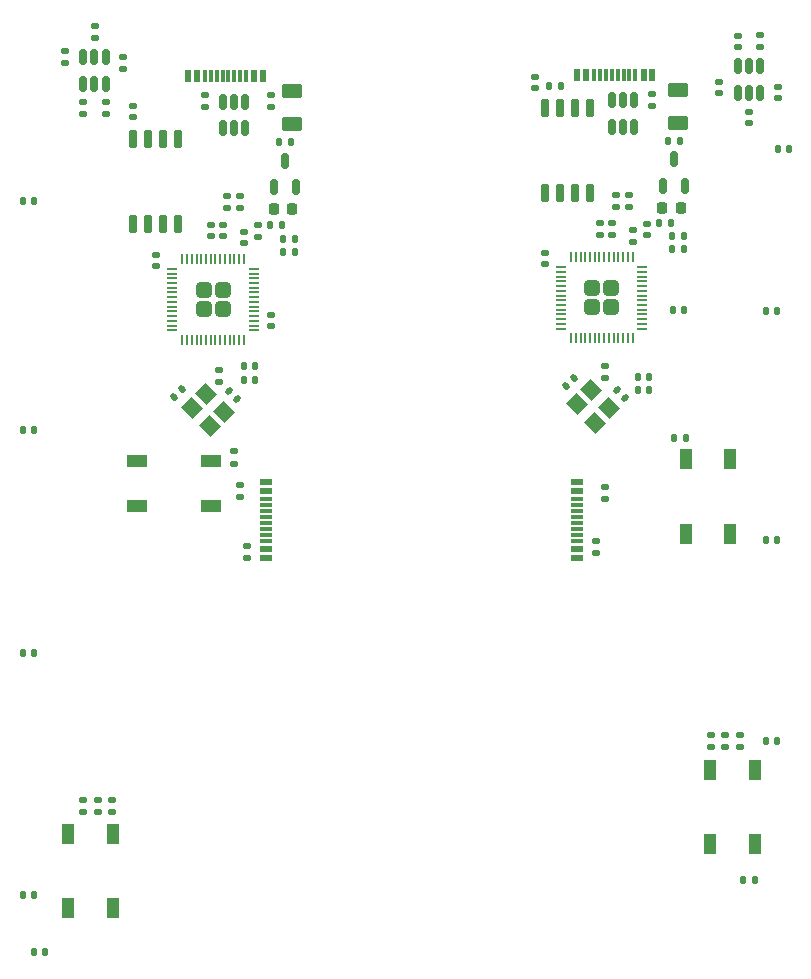
<source format=gbr>
%TF.GenerationSoftware,KiCad,Pcbnew,8.0.5*%
%TF.CreationDate,2024-10-06T11:07:10+02:00*%
%TF.ProjectId,chastity,63686173-7469-4747-992e-6b696361645f,rev?*%
%TF.SameCoordinates,Original*%
%TF.FileFunction,Paste,Top*%
%TF.FilePolarity,Positive*%
%FSLAX46Y46*%
G04 Gerber Fmt 4.6, Leading zero omitted, Abs format (unit mm)*
G04 Created by KiCad (PCBNEW 8.0.5) date 2024-10-06 11:07:10*
%MOMM*%
%LPD*%
G01*
G04 APERTURE LIST*
G04 Aperture macros list*
%AMRoundRect*
0 Rectangle with rounded corners*
0 $1 Rounding radius*
0 $2 $3 $4 $5 $6 $7 $8 $9 X,Y pos of 4 corners*
0 Add a 4 corners polygon primitive as box body*
4,1,4,$2,$3,$4,$5,$6,$7,$8,$9,$2,$3,0*
0 Add four circle primitives for the rounded corners*
1,1,$1+$1,$2,$3*
1,1,$1+$1,$4,$5*
1,1,$1+$1,$6,$7*
1,1,$1+$1,$8,$9*
0 Add four rect primitives between the rounded corners*
20,1,$1+$1,$2,$3,$4,$5,0*
20,1,$1+$1,$4,$5,$6,$7,0*
20,1,$1+$1,$6,$7,$8,$9,0*
20,1,$1+$1,$8,$9,$2,$3,0*%
%AMRotRect*
0 Rectangle, with rotation*
0 The origin of the aperture is its center*
0 $1 length*
0 $2 width*
0 $3 Rotation angle, in degrees counterclockwise*
0 Add horizontal line*
21,1,$1,$2,0,0,$3*%
G04 Aperture macros list end*
%ADD10RoundRect,0.250000X-0.625000X0.375000X-0.625000X-0.375000X0.625000X-0.375000X0.625000X0.375000X0*%
%ADD11RoundRect,0.140000X-0.140000X-0.170000X0.140000X-0.170000X0.140000X0.170000X-0.140000X0.170000X0*%
%ADD12RoundRect,0.135000X0.185000X-0.135000X0.185000X0.135000X-0.185000X0.135000X-0.185000X-0.135000X0*%
%ADD13RoundRect,0.140000X0.140000X0.170000X-0.140000X0.170000X-0.140000X-0.170000X0.140000X-0.170000X0*%
%ADD14RoundRect,0.140000X0.170000X-0.140000X0.170000X0.140000X-0.170000X0.140000X-0.170000X-0.140000X0*%
%ADD15RoundRect,0.249999X-0.395001X-0.395001X0.395001X-0.395001X0.395001X0.395001X-0.395001X0.395001X0*%
%ADD16RoundRect,0.050000X-0.387500X-0.050000X0.387500X-0.050000X0.387500X0.050000X-0.387500X0.050000X0*%
%ADD17RoundRect,0.050000X-0.050000X-0.387500X0.050000X-0.387500X0.050000X0.387500X-0.050000X0.387500X0*%
%ADD18RoundRect,0.135000X-0.185000X0.135000X-0.185000X-0.135000X0.185000X-0.135000X0.185000X0.135000X0*%
%ADD19R,1.100000X0.540000*%
%ADD20R,1.100000X0.300000*%
%ADD21R,0.540000X1.100000*%
%ADD22R,0.300000X1.100000*%
%ADD23RoundRect,0.150000X0.150000X-0.650000X0.150000X0.650000X-0.150000X0.650000X-0.150000X-0.650000X0*%
%ADD24R,1.000000X1.700000*%
%ADD25RoundRect,0.140000X-0.021213X0.219203X-0.219203X0.021213X0.021213X-0.219203X0.219203X-0.021213X0*%
%ADD26RoundRect,0.135000X0.135000X0.185000X-0.135000X0.185000X-0.135000X-0.185000X0.135000X-0.185000X0*%
%ADD27RoundRect,0.150000X-0.150000X0.512500X-0.150000X-0.512500X0.150000X-0.512500X0.150000X0.512500X0*%
%ADD28RoundRect,0.140000X-0.170000X0.140000X-0.170000X-0.140000X0.170000X-0.140000X0.170000X0.140000X0*%
%ADD29RoundRect,0.225000X0.225000X0.250000X-0.225000X0.250000X-0.225000X-0.250000X0.225000X-0.250000X0*%
%ADD30RoundRect,0.150000X0.150000X-0.512500X0.150000X0.512500X-0.150000X0.512500X-0.150000X-0.512500X0*%
%ADD31R,1.700000X1.000000*%
%ADD32RoundRect,0.140000X0.219203X0.021213X0.021213X0.219203X-0.219203X-0.021213X-0.021213X-0.219203X0*%
%ADD33RotRect,1.400000X1.200000X135.000000*%
G04 APERTURE END LIST*
D10*
%TO.C,F1*%
X92091764Y128745000D03*
X92091764Y125945000D03*
%TD*%
D11*
%TO.C,C45*%
X69311764Y100110302D03*
X70271764Y100110302D03*
%TD*%
D12*
%TO.C,R18*%
X119530067Y118972118D03*
X119530067Y119992118D03*
%TD*%
D13*
%TO.C,C32*%
X124897560Y124575540D03*
X123937560Y124575540D03*
%TD*%
D14*
%TO.C,C31*%
X112662918Y128999888D03*
X112662918Y129959888D03*
%TD*%
D11*
%TO.C,C18*%
X88009775Y105452286D03*
X88969775Y105452286D03*
%TD*%
D10*
%TO.C,F2*%
X124780764Y128882118D03*
X124780764Y126082118D03*
%TD*%
D12*
%TO.C,R10*%
X87178681Y97235000D03*
X87178681Y98255000D03*
%TD*%
D15*
%TO.C,U3*%
X84600099Y111916140D03*
X84600099Y110316140D03*
X86200099Y111916140D03*
X86200099Y110316140D03*
D16*
X81962599Y113716140D03*
X81962599Y113316140D03*
X81962599Y112916140D03*
X81962599Y112516140D03*
X81962599Y112116140D03*
X81962599Y111716140D03*
X81962599Y111316140D03*
X81962599Y110916140D03*
X81962599Y110516140D03*
X81962599Y110116140D03*
X81962599Y109716140D03*
X81962599Y109316140D03*
X81962599Y108916140D03*
X81962599Y108516140D03*
D17*
X82800099Y107678640D03*
X83200099Y107678640D03*
X83600099Y107678640D03*
X84000099Y107678640D03*
X84400099Y107678640D03*
X84800099Y107678640D03*
X85200099Y107678640D03*
X85600099Y107678640D03*
X86000099Y107678640D03*
X86400099Y107678640D03*
X86800099Y107678640D03*
X87200099Y107678640D03*
X87600099Y107678640D03*
X88000099Y107678640D03*
D16*
X88837599Y108516140D03*
X88837599Y108916140D03*
X88837599Y109316140D03*
X88837599Y109716140D03*
X88837599Y110116140D03*
X88837599Y110516140D03*
X88837599Y110916140D03*
X88837599Y111316140D03*
X88837599Y111716140D03*
X88837599Y112116140D03*
X88837599Y112516140D03*
X88837599Y112916140D03*
X88837599Y113316140D03*
X88837599Y113716140D03*
D17*
X88000099Y114553640D03*
X87600099Y114553640D03*
X87200099Y114553640D03*
X86800099Y114553640D03*
X86400099Y114553640D03*
X86000099Y114553640D03*
X85600099Y114553640D03*
X85200099Y114553640D03*
X84800099Y114553640D03*
X84400099Y114553640D03*
X84000099Y114553640D03*
X83600099Y114553640D03*
X83200099Y114553640D03*
X82800099Y114553640D03*
%TD*%
D18*
%TO.C,R27*%
X128780764Y74255000D03*
X128780764Y73235000D03*
%TD*%
D12*
%TO.C,R6*%
X87691764Y118835000D03*
X87691764Y119855000D03*
%TD*%
D19*
%TO.C,SPLIT_R1*%
X116171764Y95642805D03*
X116171764Y94892805D03*
D20*
X116171764Y93692805D03*
X116171764Y92692805D03*
X116171764Y92192805D03*
X116171764Y91192805D03*
D19*
X116171764Y89992805D03*
X116171764Y89242805D03*
X116171764Y89242805D03*
X116171764Y89992805D03*
D20*
X116171764Y90692805D03*
X116171764Y91692805D03*
X116171764Y93192805D03*
X116171764Y94192805D03*
D19*
X116171764Y94892805D03*
X116171764Y95642805D03*
%TD*%
D11*
%TO.C,C41*%
X69287728Y81167508D03*
X70247728Y81167508D03*
%TD*%
D21*
%TO.C,J1*%
X89650621Y130027621D03*
X88900621Y130027621D03*
D22*
X87700621Y130027621D03*
X86700621Y130027621D03*
X86200621Y130027621D03*
X85200621Y130027621D03*
D21*
X84000621Y130027621D03*
X83250621Y130027621D03*
X83250621Y130027621D03*
X84000621Y130027621D03*
D22*
X84700621Y130027621D03*
X85700621Y130027621D03*
X87200621Y130027621D03*
X88200621Y130027621D03*
D21*
X88900621Y130027621D03*
X89650621Y130027621D03*
%TD*%
D23*
%TO.C,U1*%
X78586764Y117545000D03*
X79856764Y117545000D03*
X81126764Y117545000D03*
X82396764Y117545000D03*
X82396764Y124745000D03*
X81126764Y124745000D03*
X79856764Y124745000D03*
X78586764Y124745000D03*
%TD*%
D12*
%TO.C,R12*%
X74391764Y67735000D03*
X74391764Y68755000D03*
%TD*%
D18*
%TO.C,R16*%
X117803279Y90692214D03*
X117803279Y89672214D03*
%TD*%
D14*
%TO.C,C17*%
X85205628Y116465000D03*
X85205628Y117425000D03*
%TD*%
%TO.C,C10*%
X89193640Y116436716D03*
X89193640Y117396716D03*
%TD*%
D24*
%TO.C,BOOT2*%
X131280764Y71295000D03*
X131280764Y64995000D03*
X127480764Y71295000D03*
X127480764Y64995000D03*
%TD*%
D25*
%TO.C,C36*%
X115956025Y104515440D03*
X115277203Y103836618D03*
%TD*%
D26*
%TO.C,R23*%
X125404071Y99368926D03*
X124384071Y99368926D03*
%TD*%
D11*
%TO.C,C48*%
X130300764Y61945000D03*
X131260764Y61945000D03*
%TD*%
D18*
%TO.C,R9*%
X76346638Y127884986D03*
X76346638Y126864986D03*
%TD*%
%TO.C,R22*%
X122580764Y128554609D03*
X122580764Y127534609D03*
%TD*%
D12*
%TO.C,R26*%
X127580764Y73235000D03*
X127580764Y74255000D03*
%TD*%
D27*
%TO.C,U7*%
X131730764Y130882500D03*
X130780764Y130882500D03*
X129830764Y130882500D03*
X129830764Y128607500D03*
X130780764Y128607500D03*
X131730764Y128607500D03*
%TD*%
D11*
%TO.C,C43*%
X69276956Y60738731D03*
X70236956Y60738731D03*
%TD*%
D25*
%TO.C,C5*%
X82731175Y103584411D03*
X82052353Y102905589D03*
%TD*%
D28*
%TO.C,C8*%
X74412587Y127817504D03*
X74412587Y126857504D03*
%TD*%
D29*
%TO.C,C20*%
X124992560Y118882118D03*
X123442560Y118882118D03*
%TD*%
D30*
%TO.C,U4*%
X90541764Y120607500D03*
X92441764Y120607500D03*
X91491764Y122882500D03*
%TD*%
%TO.C,U9*%
X123467560Y120744618D03*
X125367560Y120744618D03*
X124417560Y123019618D03*
%TD*%
D11*
%TO.C,C46*%
X132182234Y73750530D03*
X133142234Y73750530D03*
%TD*%
%TO.C,C42*%
X132220764Y110145000D03*
X133180764Y110145000D03*
%TD*%
D28*
%TO.C,C4*%
X72891764Y132145642D03*
X72891764Y131185642D03*
%TD*%
D11*
%TO.C,C24*%
X124282009Y115382294D03*
X125242009Y115382294D03*
%TD*%
%TO.C,C25*%
X121361054Y103493392D03*
X122321054Y103493392D03*
%TD*%
D19*
%TO.C,SPLIT_L1*%
X89911764Y89240000D03*
X89911764Y89990000D03*
D20*
X89911764Y91190000D03*
X89911764Y92190000D03*
X89911764Y92690000D03*
X89911764Y93690000D03*
D19*
X89911764Y94890000D03*
X89911764Y95640000D03*
X89911764Y95640000D03*
X89911764Y94890000D03*
D20*
X89911764Y94190000D03*
X89911764Y93190000D03*
X89911764Y91690000D03*
X89911764Y90690000D03*
D19*
X89911764Y89990000D03*
X89911764Y89240000D03*
%TD*%
D11*
%TO.C,C26*%
X124300764Y110259545D03*
X125260764Y110259545D03*
%TD*%
%TO.C,C14*%
X88011764Y104345000D03*
X88971764Y104345000D03*
%TD*%
D14*
%TO.C,C30*%
X120981310Y116023597D03*
X120981310Y116983597D03*
%TD*%
D30*
%TO.C,U12*%
X119141152Y125744618D03*
X120091152Y125744618D03*
X121041152Y125744618D03*
X121041152Y128019618D03*
X120091152Y128019618D03*
X119141152Y128019618D03*
%TD*%
D11*
%TO.C,C11*%
X91340550Y116245558D03*
X92300550Y116245558D03*
%TD*%
D18*
%TO.C,R3*%
X77777553Y131619625D03*
X77777553Y130599625D03*
%TD*%
D28*
%TO.C,C15*%
X90291764Y109825000D03*
X90291764Y108865000D03*
%TD*%
D14*
%TO.C,C27*%
X119183461Y116601816D03*
X119183461Y117561816D03*
%TD*%
D31*
%TO.C,RST1*%
X78941764Y97445000D03*
X85241764Y97445000D03*
X78941764Y93645000D03*
X85241764Y93645000D03*
%TD*%
D13*
%TO.C,C1*%
X91971764Y124438422D03*
X91011764Y124438422D03*
%TD*%
D12*
%TO.C,R8*%
X75382478Y133230834D03*
X75382478Y134250834D03*
%TD*%
%TO.C,R4*%
X86604271Y118835000D03*
X86604271Y119855000D03*
%TD*%
D28*
%TO.C,R20*%
X130780764Y127027064D03*
X130780764Y126067064D03*
%TD*%
D21*
%TO.C,J4*%
X122601032Y130156728D03*
X121851032Y130156728D03*
D22*
X120651032Y130156728D03*
X119651032Y130156728D03*
X119151032Y130156728D03*
X118151032Y130156728D03*
D21*
X116951032Y130156728D03*
X116201032Y130156728D03*
X116201032Y130156728D03*
X116951032Y130156728D03*
D22*
X117651032Y130156728D03*
X118651032Y130156728D03*
X120151032Y130156728D03*
X121151032Y130156728D03*
D21*
X121851032Y130156728D03*
X122601032Y130156728D03*
%TD*%
D32*
%TO.C,C37*%
X120272027Y102740590D03*
X119593205Y103419412D03*
%TD*%
D28*
%TO.C,C34*%
X133191930Y129112784D03*
X133191930Y128152784D03*
%TD*%
D13*
%TO.C,C33*%
X124131661Y117560152D03*
X123171661Y117560152D03*
%TD*%
D14*
%TO.C,R21*%
X129815844Y132504589D03*
X129815844Y133464589D03*
%TD*%
D18*
%TO.C,R14*%
X76879228Y68766337D03*
X76879228Y67746337D03*
%TD*%
D12*
%TO.C,R15*%
X118580764Y94235000D03*
X118580764Y95255000D03*
%TD*%
D13*
%TO.C,C47*%
X71204471Y55875831D03*
X70244471Y55875831D03*
%TD*%
D11*
%TO.C,C29*%
X121346585Y104585836D03*
X122306585Y104585836D03*
%TD*%
D14*
%TO.C,C21*%
X122118607Y116573532D03*
X122118607Y117533532D03*
%TD*%
D18*
%TO.C,R25*%
X118580764Y105455000D03*
X118580764Y104435000D03*
%TD*%
D12*
%TO.C,R2*%
X87689743Y94427264D03*
X87689743Y95447264D03*
%TD*%
D30*
%TO.C,U2*%
X86215356Y125607500D03*
X87165356Y125607500D03*
X88115356Y125607500D03*
X88115356Y127882500D03*
X87165356Y127882500D03*
X86215356Y127882500D03*
%TD*%
%TO.C,U5*%
X74409989Y129387412D03*
X75359989Y129387412D03*
X76309989Y129387412D03*
X76309989Y131662412D03*
X75359989Y131662412D03*
X74409989Y131662412D03*
%TD*%
D28*
%TO.C,R17*%
X128271012Y129558607D03*
X128271012Y128598607D03*
%TD*%
D29*
%TO.C,C9*%
X92066764Y118745000D03*
X90516764Y118745000D03*
%TD*%
D13*
%TO.C,C2*%
X91205865Y117423034D03*
X90245865Y117423034D03*
%TD*%
D15*
%TO.C,U10*%
X117515629Y112058355D03*
X117515629Y110458355D03*
X119115629Y112058355D03*
X119115629Y110458355D03*
D16*
X114878129Y113858355D03*
X114878129Y113458355D03*
X114878129Y113058355D03*
X114878129Y112658355D03*
X114878129Y112258355D03*
X114878129Y111858355D03*
X114878129Y111458355D03*
X114878129Y111058355D03*
X114878129Y110658355D03*
X114878129Y110258355D03*
X114878129Y109858355D03*
X114878129Y109458355D03*
X114878129Y109058355D03*
X114878129Y108658355D03*
D17*
X115715629Y107820855D03*
X116115629Y107820855D03*
X116515629Y107820855D03*
X116915629Y107820855D03*
X117315629Y107820855D03*
X117715629Y107820855D03*
X118115629Y107820855D03*
X118515629Y107820855D03*
X118915629Y107820855D03*
X119315629Y107820855D03*
X119715629Y107820855D03*
X120115629Y107820855D03*
X120515629Y107820855D03*
X120915629Y107820855D03*
D16*
X121753129Y108658355D03*
X121753129Y109058355D03*
X121753129Y109458355D03*
X121753129Y109858355D03*
X121753129Y110258355D03*
X121753129Y110658355D03*
X121753129Y111058355D03*
X121753129Y111458355D03*
X121753129Y111858355D03*
X121753129Y112258355D03*
X121753129Y112658355D03*
X121753129Y113058355D03*
X121753129Y113458355D03*
X121753129Y113858355D03*
D17*
X120915629Y114695855D03*
X120515629Y114695855D03*
X120115629Y114695855D03*
X119715629Y114695855D03*
X119315629Y114695855D03*
X118915629Y114695855D03*
X118515629Y114695855D03*
X118115629Y114695855D03*
X117715629Y114695855D03*
X117315629Y114695855D03*
X116915629Y114695855D03*
X116515629Y114695855D03*
X116115629Y114695855D03*
X115715629Y114695855D03*
%TD*%
D33*
%TO.C,Y1*%
X86336478Y101586153D03*
X84780843Y103141788D03*
X83578762Y101939707D03*
X85134397Y100384072D03*
%TD*%
D32*
%TO.C,C7*%
X87414400Y102689762D03*
X86735578Y103368584D03*
%TD*%
D13*
%TO.C,C40*%
X134156985Y123878281D03*
X133196985Y123878281D03*
%TD*%
D18*
%TO.C,R1*%
X88291764Y90255000D03*
X88291764Y89235000D03*
%TD*%
D24*
%TO.C,BOOT1*%
X73091764Y59595000D03*
X73091764Y65895000D03*
X76891764Y59595000D03*
X76891764Y65895000D03*
%TD*%
D18*
%TO.C,R28*%
X129980764Y74255000D03*
X129980764Y73235000D03*
%TD*%
D14*
%TO.C,C23*%
X113476366Y114093807D03*
X113476366Y115053807D03*
%TD*%
%TO.C,C16*%
X86258494Y116465000D03*
X86258494Y117425000D03*
%TD*%
%TO.C,C3*%
X78595535Y126587637D03*
X78595535Y127547637D03*
%TD*%
D18*
%TO.C,R11*%
X85894533Y105176806D03*
X85894533Y104156806D03*
%TD*%
%TO.C,R5*%
X90293266Y128410546D03*
X90293266Y127390546D03*
%TD*%
D11*
%TO.C,C39*%
X69311764Y119445000D03*
X70271764Y119445000D03*
%TD*%
D26*
%TO.C,R24*%
X114844091Y129218496D03*
X113824091Y129218496D03*
%TD*%
D14*
%TO.C,C19*%
X88056343Y115886781D03*
X88056343Y116846781D03*
%TD*%
%TO.C,C38*%
X131727709Y132516448D03*
X131727709Y133476448D03*
%TD*%
D11*
%TO.C,C44*%
X132220764Y90745000D03*
X133180764Y90745000D03*
%TD*%
%TO.C,C22*%
X124274338Y116487036D03*
X125234338Y116487036D03*
%TD*%
D23*
%TO.C,U8*%
X113475764Y120145000D03*
X114745764Y120145000D03*
X116015764Y120145000D03*
X117285764Y120145000D03*
X117285764Y127345000D03*
X116015764Y127345000D03*
X114745764Y127345000D03*
X113475764Y127345000D03*
%TD*%
D24*
%TO.C,RST2*%
X129206298Y97588826D03*
X129206298Y91288826D03*
X125406298Y97588826D03*
X125406298Y91288826D03*
%TD*%
D18*
%TO.C,R13*%
X75651158Y68752538D03*
X75651158Y67732538D03*
%TD*%
D11*
%TO.C,C13*%
X91356904Y115174382D03*
X92316904Y115174382D03*
%TD*%
D12*
%TO.C,R19*%
X120630067Y118962118D03*
X120630067Y119982118D03*
%TD*%
D33*
%TO.C,Y2*%
X118959701Y101904798D03*
X117404066Y103460433D03*
X116201985Y102258352D03*
X117757620Y100702717D03*
%TD*%
D18*
%TO.C,R7*%
X84691764Y128455000D03*
X84691764Y127435000D03*
%TD*%
D14*
%TO.C,C12*%
X80551399Y113956991D03*
X80551399Y114916991D03*
%TD*%
%TO.C,C28*%
X118130595Y116601816D03*
X118130595Y117561816D03*
%TD*%
M02*

</source>
